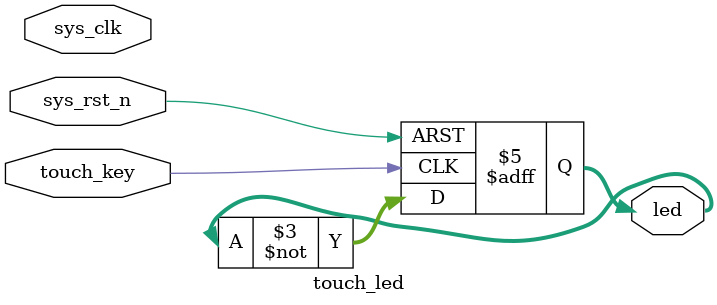
<source format=v>
module touch_led (
    input sys_clk,
    input sys_rst_n,

    input touch_key,
    output reg[3:0] led
);

initial begin
    led <= 4'b1111;
end

//! touch and touch the key
always @(posedge touch_key or negedge sys_rst_n) begin
    if (!sys_rst_n) led <= 4'b0000;
    else led <= ~led;
end


endmodule        
</source>
